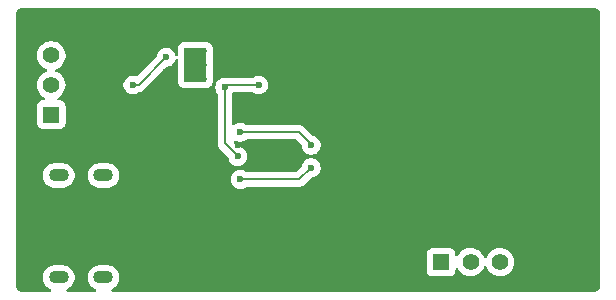
<source format=gbr>
%TF.GenerationSoftware,KiCad,Pcbnew,9.0.1*%
%TF.CreationDate,2025-07-07T08:11:32+05:30*%
%TF.ProjectId,BATTERY_CHARGING,42415454-4552-4595-9f43-48415247494e,rev?*%
%TF.SameCoordinates,Original*%
%TF.FileFunction,Copper,L2,Bot*%
%TF.FilePolarity,Positive*%
%FSLAX46Y46*%
G04 Gerber Fmt 4.6, Leading zero omitted, Abs format (unit mm)*
G04 Created by KiCad (PCBNEW 9.0.1) date 2025-07-07 08:11:32*
%MOMM*%
%LPD*%
G01*
G04 APERTURE LIST*
%TA.AperFunction,HeatsinkPad*%
%ADD10O,1.700000X1.100000*%
%TD*%
%TA.AperFunction,ComponentPad*%
%ADD11R,1.408000X1.408000*%
%TD*%
%TA.AperFunction,ComponentPad*%
%ADD12C,1.408000*%
%TD*%
%TA.AperFunction,HeatsinkPad*%
%ADD13C,0.500000*%
%TD*%
%TA.AperFunction,HeatsinkPad*%
%ADD14R,1.900000X2.900000*%
%TD*%
%TA.AperFunction,ViaPad*%
%ADD15C,0.600000*%
%TD*%
%TA.AperFunction,Conductor*%
%ADD16C,0.200000*%
%TD*%
G04 APERTURE END LIST*
D10*
%TO.P,J1,S1,SHIELD*%
%TO.N,unconnected-(J1-SHIELD-PadS1)_3*%
X128420000Y-113160000D03*
%TO.N,unconnected-(J1-SHIELD-PadS1)_2*%
X124620000Y-113160000D03*
%TO.N,unconnected-(J1-SHIELD-PadS1)_1*%
X128420000Y-121800000D03*
%TO.N,unconnected-(J1-SHIELD-PadS1)*%
X124620000Y-121800000D03*
%TD*%
D11*
%TO.P,SW2,1,A*%
%TO.N,Net-(SW1-A)*%
X157000000Y-120500000D03*
D12*
%TO.P,SW2,2,B*%
%TO.N,Net-(SW1-B)*%
X159500000Y-120500000D03*
%TO.P,SW2,3,C*%
%TO.N,Net-(SW1-C)*%
X162000000Y-120500000D03*
%TD*%
D11*
%TO.P,SW1,1,A*%
%TO.N,Net-(SW3-A)*%
X124000000Y-108000000D03*
D12*
%TO.P,SW1,2,B*%
%TO.N,Net-(D1-A)*%
X124000000Y-105500000D03*
%TO.P,SW1,3,C*%
%TO.N,unconnected-(SW3-C-Pad3)*%
X124000000Y-103000000D03*
%TD*%
D13*
%TO.P,U1,9,EPAD*%
%TO.N,unconnected-(U1-EPAD-Pad9)_4*%
X135500000Y-102600000D03*
X135500000Y-103800000D03*
X135500000Y-105000000D03*
D14*
X136200000Y-103800000D03*
D13*
X136900000Y-102600000D03*
X136900000Y-103800000D03*
X136900000Y-105000000D03*
%TD*%
D15*
%TO.N,GND*%
X133725000Y-104435000D03*
X135000000Y-99500000D03*
X149100000Y-112500000D03*
X139775000Y-110600000D03*
X131000000Y-102500000D03*
X136000000Y-113500000D03*
X133725000Y-101895000D03*
X133000000Y-107500000D03*
X168000000Y-120000000D03*
X168000000Y-115000000D03*
X136000000Y-122500000D03*
%TO.N,Net-(U1-BAT)*%
X139775000Y-111550000D03*
X138675000Y-105705000D03*
X141550000Y-105500000D03*
%TO.N,/OC*%
X140000000Y-113500000D03*
X146000000Y-112500000D03*
%TO.N,/OD*%
X146000000Y-110600000D03*
X140000000Y-109500000D03*
%TO.N,Net-(U1-PROG)*%
X130912500Y-105500000D03*
X133725000Y-103165000D03*
%TD*%
D16*
%TO.N,Net-(U1-BAT)*%
X138675000Y-105705000D02*
X138675000Y-110450000D01*
X141550000Y-105500000D02*
X138880000Y-105500000D01*
X138675000Y-110450000D02*
X139775000Y-111550000D01*
X138880000Y-105500000D02*
X138675000Y-105705000D01*
%TO.N,/OC*%
X145000000Y-113500000D02*
X146000000Y-112500000D01*
X140000000Y-113500000D02*
X145000000Y-113500000D01*
%TO.N,/OD*%
X146000000Y-110500000D02*
X145000000Y-109500000D01*
X145000000Y-109500000D02*
X140000000Y-109500000D01*
X146000000Y-110600000D02*
X146000000Y-110500000D01*
%TO.N,Net-(U1-PROG)*%
X131390000Y-105500000D02*
X130912500Y-105500000D01*
X133725000Y-103165000D02*
X131390000Y-105500000D01*
%TD*%
%TA.AperFunction,Conductor*%
%TO.N,GND*%
G36*
X170006922Y-99001280D02*
G01*
X170097266Y-99011459D01*
X170124331Y-99017636D01*
X170203540Y-99045352D01*
X170228553Y-99057398D01*
X170299606Y-99102043D01*
X170321313Y-99119355D01*
X170380644Y-99178686D01*
X170397957Y-99200395D01*
X170442600Y-99271444D01*
X170454648Y-99296462D01*
X170482362Y-99375666D01*
X170488540Y-99402735D01*
X170498720Y-99493076D01*
X170499500Y-99506961D01*
X170499500Y-122493038D01*
X170498720Y-122506922D01*
X170498720Y-122506923D01*
X170488540Y-122597264D01*
X170482362Y-122624333D01*
X170454648Y-122703537D01*
X170442600Y-122728555D01*
X170397957Y-122799604D01*
X170380644Y-122821313D01*
X170321313Y-122880644D01*
X170299604Y-122897957D01*
X170228555Y-122942600D01*
X170203537Y-122954648D01*
X170124333Y-122982362D01*
X170097264Y-122988540D01*
X170017075Y-122997576D01*
X170006921Y-122998720D01*
X169993038Y-122999500D01*
X129192630Y-122999500D01*
X129125591Y-122979815D01*
X129079836Y-122927011D01*
X129069892Y-122857853D01*
X129098917Y-122794297D01*
X129145177Y-122760939D01*
X129149910Y-122758978D01*
X129217598Y-122730941D01*
X129389655Y-122615977D01*
X129535977Y-122469655D01*
X129650941Y-122297598D01*
X129730130Y-122106420D01*
X129770500Y-121903465D01*
X129770500Y-121696535D01*
X129730130Y-121493580D01*
X129650941Y-121302402D01*
X129535977Y-121130345D01*
X129535975Y-121130342D01*
X129389657Y-120984024D01*
X129245914Y-120887979D01*
X129217598Y-120869059D01*
X129186114Y-120856018D01*
X129026420Y-120789870D01*
X129026412Y-120789868D01*
X128823469Y-120749500D01*
X128823465Y-120749500D01*
X128016535Y-120749500D01*
X128016530Y-120749500D01*
X127813587Y-120789868D01*
X127813579Y-120789870D01*
X127622403Y-120869058D01*
X127450342Y-120984024D01*
X127304024Y-121130342D01*
X127189058Y-121302403D01*
X127109870Y-121493579D01*
X127109868Y-121493587D01*
X127069500Y-121696530D01*
X127069500Y-121903469D01*
X127109868Y-122106412D01*
X127109870Y-122106420D01*
X127189058Y-122297596D01*
X127304024Y-122469657D01*
X127450342Y-122615975D01*
X127450345Y-122615977D01*
X127622402Y-122730941D01*
X127685937Y-122757258D01*
X127694823Y-122760939D01*
X127749226Y-122804780D01*
X127771291Y-122871074D01*
X127754012Y-122938774D01*
X127702874Y-122986384D01*
X127647370Y-122999500D01*
X125392630Y-122999500D01*
X125325591Y-122979815D01*
X125279836Y-122927011D01*
X125269892Y-122857853D01*
X125298917Y-122794297D01*
X125345177Y-122760939D01*
X125349910Y-122758978D01*
X125417598Y-122730941D01*
X125589655Y-122615977D01*
X125735977Y-122469655D01*
X125850941Y-122297598D01*
X125930130Y-122106420D01*
X125970500Y-121903465D01*
X125970500Y-121696535D01*
X125930130Y-121493580D01*
X125850941Y-121302402D01*
X125735977Y-121130345D01*
X125735975Y-121130342D01*
X125589657Y-120984024D01*
X125445914Y-120887979D01*
X125417598Y-120869059D01*
X125386114Y-120856018D01*
X125226420Y-120789870D01*
X125226412Y-120789868D01*
X125023469Y-120749500D01*
X125023465Y-120749500D01*
X124216535Y-120749500D01*
X124216530Y-120749500D01*
X124013587Y-120789868D01*
X124013579Y-120789870D01*
X123822403Y-120869058D01*
X123650342Y-120984024D01*
X123504024Y-121130342D01*
X123389058Y-121302403D01*
X123309870Y-121493579D01*
X123309868Y-121493587D01*
X123269500Y-121696530D01*
X123269500Y-121903469D01*
X123309868Y-122106412D01*
X123309870Y-122106420D01*
X123389058Y-122297596D01*
X123504024Y-122469657D01*
X123650342Y-122615975D01*
X123650345Y-122615977D01*
X123822402Y-122730941D01*
X123885937Y-122757258D01*
X123894823Y-122760939D01*
X123949226Y-122804780D01*
X123971291Y-122871074D01*
X123954012Y-122938774D01*
X123902874Y-122986384D01*
X123847370Y-122999500D01*
X121506962Y-122999500D01*
X121493078Y-122998720D01*
X121480553Y-122997308D01*
X121402735Y-122988540D01*
X121375666Y-122982362D01*
X121296462Y-122954648D01*
X121271444Y-122942600D01*
X121200395Y-122897957D01*
X121178686Y-122880644D01*
X121119355Y-122821313D01*
X121102042Y-122799604D01*
X121098707Y-122794297D01*
X121057398Y-122728553D01*
X121045351Y-122703537D01*
X121017637Y-122624333D01*
X121011459Y-122597263D01*
X121001280Y-122506922D01*
X121000500Y-122493038D01*
X121000500Y-119748135D01*
X155795500Y-119748135D01*
X155795500Y-121251870D01*
X155795501Y-121251876D01*
X155801908Y-121311483D01*
X155852202Y-121446328D01*
X155852206Y-121446335D01*
X155938452Y-121561544D01*
X155938455Y-121561547D01*
X156053664Y-121647793D01*
X156053671Y-121647797D01*
X156188517Y-121698091D01*
X156188516Y-121698091D01*
X156195444Y-121698835D01*
X156248127Y-121704500D01*
X157751872Y-121704499D01*
X157811483Y-121698091D01*
X157946331Y-121647796D01*
X158061546Y-121561546D01*
X158147796Y-121446331D01*
X158198091Y-121311483D01*
X158204500Y-121251873D01*
X158204499Y-121127072D01*
X158224183Y-121060036D01*
X158276987Y-121014281D01*
X158346145Y-121004337D01*
X158409701Y-121033361D01*
X158438983Y-121070779D01*
X158469334Y-121130345D01*
X158469819Y-121131296D01*
X158581259Y-121284679D01*
X158715321Y-121418741D01*
X158868704Y-121530181D01*
X158948515Y-121570846D01*
X159037627Y-121616252D01*
X159037629Y-121616252D01*
X159037632Y-121616254D01*
X159217945Y-121674842D01*
X159311574Y-121689671D01*
X159405200Y-121704500D01*
X159405204Y-121704500D01*
X159594800Y-121704500D01*
X159678022Y-121691318D01*
X159782055Y-121674842D01*
X159962368Y-121616254D01*
X160131296Y-121530181D01*
X160284679Y-121418741D01*
X160418741Y-121284679D01*
X160530181Y-121131296D01*
X160616254Y-120962368D01*
X160632069Y-120913693D01*
X160671507Y-120856018D01*
X160735865Y-120828820D01*
X160804712Y-120840735D01*
X160856187Y-120887979D01*
X160867929Y-120913691D01*
X160883746Y-120962368D01*
X160969819Y-121131296D01*
X161081259Y-121284679D01*
X161215321Y-121418741D01*
X161368704Y-121530181D01*
X161448515Y-121570846D01*
X161537627Y-121616252D01*
X161537629Y-121616252D01*
X161537632Y-121616254D01*
X161717945Y-121674842D01*
X161811574Y-121689671D01*
X161905200Y-121704500D01*
X161905204Y-121704500D01*
X162094800Y-121704500D01*
X162178022Y-121691318D01*
X162282055Y-121674842D01*
X162462368Y-121616254D01*
X162631296Y-121530181D01*
X162784679Y-121418741D01*
X162918741Y-121284679D01*
X163030181Y-121131296D01*
X163116254Y-120962368D01*
X163174842Y-120782055D01*
X163191318Y-120678022D01*
X163204500Y-120594800D01*
X163204500Y-120405199D01*
X163188023Y-120301171D01*
X163174842Y-120217945D01*
X163116254Y-120037632D01*
X163116252Y-120037629D01*
X163116252Y-120037627D01*
X163030180Y-119868703D01*
X162918741Y-119715321D01*
X162784679Y-119581259D01*
X162631296Y-119469819D01*
X162569735Y-119438452D01*
X162462372Y-119383747D01*
X162365299Y-119352206D01*
X162282055Y-119325158D01*
X162282051Y-119325157D01*
X162282050Y-119325157D01*
X162094800Y-119295500D01*
X162094796Y-119295500D01*
X161905204Y-119295500D01*
X161905200Y-119295500D01*
X161717949Y-119325157D01*
X161717946Y-119325157D01*
X161717945Y-119325158D01*
X161659482Y-119344153D01*
X161537627Y-119383747D01*
X161368703Y-119469819D01*
X161215319Y-119581260D01*
X161081260Y-119715319D01*
X160969819Y-119868703D01*
X160883747Y-120037627D01*
X160867931Y-120086306D01*
X160828493Y-120143981D01*
X160764134Y-120171179D01*
X160695288Y-120159264D01*
X160643812Y-120112019D01*
X160632069Y-120086306D01*
X160616252Y-120037627D01*
X160530180Y-119868703D01*
X160418741Y-119715321D01*
X160284679Y-119581259D01*
X160131296Y-119469819D01*
X160069735Y-119438452D01*
X159962372Y-119383747D01*
X159865299Y-119352206D01*
X159782055Y-119325158D01*
X159782051Y-119325157D01*
X159782050Y-119325157D01*
X159594800Y-119295500D01*
X159594796Y-119295500D01*
X159405204Y-119295500D01*
X159405200Y-119295500D01*
X159217949Y-119325157D01*
X159217946Y-119325157D01*
X159217945Y-119325158D01*
X159159482Y-119344153D01*
X159037627Y-119383747D01*
X158868703Y-119469819D01*
X158715319Y-119581260D01*
X158581260Y-119715319D01*
X158469819Y-119868703D01*
X158438984Y-119929221D01*
X158391009Y-119980017D01*
X158323188Y-119996812D01*
X158257053Y-119974274D01*
X158213602Y-119919559D01*
X158204499Y-119872926D01*
X158204499Y-119748129D01*
X158204498Y-119748123D01*
X158204497Y-119748116D01*
X158198091Y-119688517D01*
X158158086Y-119581259D01*
X158147797Y-119553671D01*
X158147793Y-119553664D01*
X158061547Y-119438455D01*
X158061544Y-119438452D01*
X157946335Y-119352206D01*
X157946328Y-119352202D01*
X157811482Y-119301908D01*
X157811483Y-119301908D01*
X157751883Y-119295501D01*
X157751881Y-119295500D01*
X157751873Y-119295500D01*
X157751864Y-119295500D01*
X156248129Y-119295500D01*
X156248123Y-119295501D01*
X156188516Y-119301908D01*
X156053671Y-119352202D01*
X156053664Y-119352206D01*
X155938455Y-119438452D01*
X155938452Y-119438455D01*
X155852206Y-119553664D01*
X155852202Y-119553671D01*
X155801908Y-119688517D01*
X155799027Y-119715319D01*
X155795501Y-119748123D01*
X155795500Y-119748135D01*
X121000500Y-119748135D01*
X121000500Y-113056530D01*
X123269500Y-113056530D01*
X123269500Y-113263469D01*
X123309868Y-113466412D01*
X123309870Y-113466420D01*
X123389058Y-113657596D01*
X123504024Y-113829657D01*
X123650342Y-113975975D01*
X123650345Y-113975977D01*
X123822402Y-114090941D01*
X124013580Y-114170130D01*
X124210955Y-114209390D01*
X124216530Y-114210499D01*
X124216534Y-114210500D01*
X124216535Y-114210500D01*
X125023466Y-114210500D01*
X125023467Y-114210499D01*
X125226420Y-114170130D01*
X125417598Y-114090941D01*
X125589655Y-113975977D01*
X125735977Y-113829655D01*
X125850941Y-113657598D01*
X125930130Y-113466420D01*
X125970500Y-113263465D01*
X125970500Y-113056535D01*
X125970499Y-113056530D01*
X127069500Y-113056530D01*
X127069500Y-113263469D01*
X127109868Y-113466412D01*
X127109870Y-113466420D01*
X127189058Y-113657596D01*
X127304024Y-113829657D01*
X127450342Y-113975975D01*
X127450345Y-113975977D01*
X127622402Y-114090941D01*
X127813580Y-114170130D01*
X128010955Y-114209390D01*
X128016530Y-114210499D01*
X128016534Y-114210500D01*
X128016535Y-114210500D01*
X128823466Y-114210500D01*
X128823467Y-114210499D01*
X129026420Y-114170130D01*
X129217598Y-114090941D01*
X129389655Y-113975977D01*
X129535977Y-113829655D01*
X129650941Y-113657598D01*
X129730130Y-113466420D01*
X129739134Y-113421153D01*
X139199500Y-113421153D01*
X139199500Y-113578846D01*
X139230261Y-113733489D01*
X139230264Y-113733501D01*
X139290602Y-113879172D01*
X139290609Y-113879185D01*
X139378210Y-114010288D01*
X139378213Y-114010292D01*
X139489707Y-114121786D01*
X139489711Y-114121789D01*
X139620814Y-114209390D01*
X139620827Y-114209397D01*
X139766498Y-114269735D01*
X139766503Y-114269737D01*
X139921153Y-114300499D01*
X139921156Y-114300500D01*
X139921158Y-114300500D01*
X140078844Y-114300500D01*
X140078845Y-114300499D01*
X140233497Y-114269737D01*
X140379179Y-114209394D01*
X140379185Y-114209390D01*
X140510875Y-114121398D01*
X140577553Y-114100520D01*
X140579766Y-114100500D01*
X144913331Y-114100500D01*
X144913347Y-114100501D01*
X144920943Y-114100501D01*
X145079054Y-114100501D01*
X145079057Y-114100501D01*
X145231785Y-114059577D01*
X145281904Y-114030639D01*
X145368716Y-113980520D01*
X145480520Y-113868716D01*
X145480520Y-113868714D01*
X145490728Y-113858507D01*
X145490729Y-113858504D01*
X146014665Y-113334570D01*
X146075984Y-113301088D01*
X146078151Y-113300637D01*
X146078840Y-113300500D01*
X146078842Y-113300500D01*
X146233497Y-113269737D01*
X146379179Y-113209394D01*
X146510289Y-113121789D01*
X146621789Y-113010289D01*
X146709394Y-112879179D01*
X146769737Y-112733497D01*
X146800500Y-112578842D01*
X146800500Y-112421158D01*
X146800500Y-112421155D01*
X146800499Y-112421153D01*
X146780326Y-112319737D01*
X146769737Y-112266503D01*
X146754227Y-112229058D01*
X146709397Y-112120827D01*
X146709390Y-112120814D01*
X146621789Y-111989711D01*
X146621786Y-111989707D01*
X146510292Y-111878213D01*
X146510288Y-111878210D01*
X146379185Y-111790609D01*
X146379172Y-111790602D01*
X146233501Y-111730264D01*
X146233489Y-111730261D01*
X146078845Y-111699500D01*
X146078842Y-111699500D01*
X145921158Y-111699500D01*
X145921155Y-111699500D01*
X145766510Y-111730261D01*
X145766498Y-111730264D01*
X145620827Y-111790602D01*
X145620814Y-111790609D01*
X145489711Y-111878210D01*
X145489707Y-111878213D01*
X145378213Y-111989707D01*
X145378210Y-111989711D01*
X145290609Y-112120814D01*
X145290602Y-112120827D01*
X145230264Y-112266498D01*
X145230261Y-112266508D01*
X145199362Y-112421849D01*
X145166977Y-112483759D01*
X145165426Y-112485338D01*
X144787584Y-112863181D01*
X144726261Y-112896666D01*
X144699903Y-112899500D01*
X140579766Y-112899500D01*
X140512727Y-112879815D01*
X140510875Y-112878602D01*
X140379185Y-112790609D01*
X140379172Y-112790602D01*
X140233501Y-112730264D01*
X140233489Y-112730261D01*
X140078845Y-112699500D01*
X140078842Y-112699500D01*
X139921158Y-112699500D01*
X139921155Y-112699500D01*
X139766510Y-112730261D01*
X139766498Y-112730264D01*
X139620827Y-112790602D01*
X139620814Y-112790609D01*
X139489711Y-112878210D01*
X139489707Y-112878213D01*
X139378213Y-112989707D01*
X139378210Y-112989711D01*
X139290609Y-113120814D01*
X139290602Y-113120827D01*
X139230264Y-113266498D01*
X139230261Y-113266510D01*
X139199500Y-113421153D01*
X129739134Y-113421153D01*
X129770500Y-113263465D01*
X129770500Y-113056535D01*
X129730130Y-112853580D01*
X129650941Y-112662402D01*
X129535977Y-112490345D01*
X129535975Y-112490342D01*
X129389657Y-112344024D01*
X129262992Y-112259390D01*
X129217598Y-112229059D01*
X129026420Y-112149870D01*
X129026412Y-112149868D01*
X128823469Y-112109500D01*
X128823465Y-112109500D01*
X128016535Y-112109500D01*
X128016530Y-112109500D01*
X127813587Y-112149868D01*
X127813579Y-112149870D01*
X127622403Y-112229058D01*
X127450342Y-112344024D01*
X127304024Y-112490342D01*
X127189058Y-112662403D01*
X127109870Y-112853579D01*
X127109868Y-112853587D01*
X127069500Y-113056530D01*
X125970499Y-113056530D01*
X125930130Y-112853580D01*
X125850941Y-112662402D01*
X125735977Y-112490345D01*
X125735975Y-112490342D01*
X125589657Y-112344024D01*
X125462992Y-112259390D01*
X125417598Y-112229059D01*
X125226420Y-112149870D01*
X125226412Y-112149868D01*
X125023469Y-112109500D01*
X125023465Y-112109500D01*
X124216535Y-112109500D01*
X124216530Y-112109500D01*
X124013587Y-112149868D01*
X124013579Y-112149870D01*
X123822403Y-112229058D01*
X123650342Y-112344024D01*
X123504024Y-112490342D01*
X123389058Y-112662403D01*
X123309870Y-112853579D01*
X123309868Y-112853587D01*
X123269500Y-113056530D01*
X121000500Y-113056530D01*
X121000500Y-102905199D01*
X122795500Y-102905199D01*
X122795500Y-103094800D01*
X122819106Y-103243842D01*
X122825158Y-103282055D01*
X122848054Y-103352520D01*
X122883747Y-103462372D01*
X122969819Y-103631296D01*
X123081259Y-103784679D01*
X123215321Y-103918741D01*
X123368704Y-104030181D01*
X123448515Y-104070846D01*
X123537627Y-104116252D01*
X123537629Y-104116252D01*
X123537632Y-104116254D01*
X123586306Y-104132069D01*
X123643981Y-104171507D01*
X123671179Y-104235866D01*
X123659264Y-104304712D01*
X123612019Y-104356188D01*
X123586308Y-104367929D01*
X123568983Y-104373559D01*
X123537627Y-104383747D01*
X123368703Y-104469819D01*
X123215319Y-104581260D01*
X123081260Y-104715319D01*
X122969819Y-104868703D01*
X122883747Y-105037627D01*
X122825157Y-105217949D01*
X122795500Y-105405199D01*
X122795500Y-105594800D01*
X122817466Y-105733489D01*
X122825158Y-105782055D01*
X122853315Y-105868713D01*
X122883747Y-105962372D01*
X122954128Y-106100501D01*
X122969819Y-106131296D01*
X123081259Y-106284679D01*
X123215321Y-106418741D01*
X123317576Y-106493034D01*
X123368705Y-106530182D01*
X123402004Y-106547148D01*
X123429220Y-106561015D01*
X123480016Y-106608988D01*
X123496812Y-106676809D01*
X123474275Y-106742944D01*
X123419561Y-106786396D01*
X123372927Y-106795500D01*
X123248130Y-106795500D01*
X123248123Y-106795501D01*
X123188516Y-106801908D01*
X123053671Y-106852202D01*
X123053664Y-106852206D01*
X122938455Y-106938452D01*
X122938452Y-106938455D01*
X122852206Y-107053664D01*
X122852202Y-107053671D01*
X122801908Y-107188517D01*
X122795501Y-107248116D01*
X122795501Y-107248123D01*
X122795500Y-107248135D01*
X122795500Y-108751870D01*
X122795501Y-108751876D01*
X122801908Y-108811483D01*
X122852202Y-108946328D01*
X122852206Y-108946335D01*
X122938452Y-109061544D01*
X122938455Y-109061547D01*
X123053664Y-109147793D01*
X123053671Y-109147797D01*
X123188517Y-109198091D01*
X123188516Y-109198091D01*
X123195444Y-109198835D01*
X123248127Y-109204500D01*
X124751872Y-109204499D01*
X124811483Y-109198091D01*
X124946331Y-109147796D01*
X125061546Y-109061546D01*
X125147796Y-108946331D01*
X125198091Y-108811483D01*
X125204500Y-108751873D01*
X125204499Y-107248128D01*
X125198091Y-107188517D01*
X125147796Y-107053669D01*
X125147795Y-107053668D01*
X125147793Y-107053664D01*
X125061547Y-106938455D01*
X125061544Y-106938452D01*
X124946335Y-106852206D01*
X124946328Y-106852202D01*
X124811482Y-106801908D01*
X124811483Y-106801908D01*
X124751883Y-106795501D01*
X124751881Y-106795500D01*
X124751873Y-106795500D01*
X124751865Y-106795500D01*
X124627075Y-106795500D01*
X124560036Y-106775815D01*
X124514281Y-106723011D01*
X124504337Y-106653853D01*
X124533362Y-106590297D01*
X124570781Y-106561015D01*
X124631294Y-106530182D01*
X124631293Y-106530182D01*
X124631296Y-106530181D01*
X124784679Y-106418741D01*
X124918741Y-106284679D01*
X125030181Y-106131296D01*
X125116254Y-105962368D01*
X125174842Y-105782055D01*
X125202481Y-105607546D01*
X125204500Y-105594800D01*
X125204500Y-105421153D01*
X130112000Y-105421153D01*
X130112000Y-105578846D01*
X130142761Y-105733489D01*
X130142764Y-105733501D01*
X130203102Y-105879172D01*
X130203109Y-105879185D01*
X130290710Y-106010288D01*
X130290713Y-106010292D01*
X130402207Y-106121786D01*
X130402211Y-106121789D01*
X130533314Y-106209390D01*
X130533327Y-106209397D01*
X130671480Y-106266621D01*
X130679003Y-106269737D01*
X130833653Y-106300499D01*
X130833656Y-106300500D01*
X130833658Y-106300500D01*
X130991344Y-106300500D01*
X130991345Y-106300499D01*
X131145997Y-106269737D01*
X131291679Y-106209394D01*
X131422789Y-106121789D01*
X131422788Y-106121789D01*
X131427854Y-106118405D01*
X131428984Y-106120097D01*
X131464743Y-106101656D01*
X131469053Y-106100501D01*
X131469057Y-106100501D01*
X131621785Y-106059577D01*
X131702238Y-106013127D01*
X131758716Y-105980520D01*
X131870520Y-105868716D01*
X131870520Y-105868714D01*
X131880724Y-105858511D01*
X131880727Y-105858506D01*
X133739664Y-103999571D01*
X133800985Y-103966088D01*
X133803152Y-103965637D01*
X133803841Y-103965500D01*
X133803842Y-103965500D01*
X133958497Y-103934737D01*
X134104179Y-103874394D01*
X134235289Y-103786789D01*
X134346789Y-103675289D01*
X134434394Y-103544179D01*
X134494737Y-103398497D01*
X134501269Y-103365659D01*
X134503883Y-103352520D01*
X134536268Y-103290609D01*
X134596984Y-103256035D01*
X134666753Y-103259774D01*
X134723425Y-103300641D01*
X134749006Y-103365659D01*
X134749500Y-103376711D01*
X134749500Y-105297869D01*
X134749501Y-105297876D01*
X134755908Y-105357483D01*
X134806202Y-105492328D01*
X134806206Y-105492335D01*
X134892452Y-105607544D01*
X134892455Y-105607547D01*
X135007664Y-105693793D01*
X135007671Y-105693797D01*
X135052618Y-105710561D01*
X135142517Y-105744091D01*
X135202127Y-105750500D01*
X135426081Y-105750499D01*
X135426082Y-105750500D01*
X135573918Y-105750500D01*
X135573918Y-105750499D01*
X136819948Y-105750499D01*
X136819968Y-105750500D01*
X136826082Y-105750500D01*
X136981514Y-105750500D01*
X136981530Y-105750499D01*
X137197871Y-105750499D01*
X137197872Y-105750499D01*
X137257483Y-105744091D01*
X137392331Y-105693796D01*
X137482690Y-105626153D01*
X137874500Y-105626153D01*
X137874500Y-105783846D01*
X137905261Y-105938489D01*
X137905264Y-105938501D01*
X137965602Y-106084172D01*
X137965609Y-106084185D01*
X138053602Y-106215874D01*
X138074480Y-106282551D01*
X138074500Y-106284765D01*
X138074500Y-110363330D01*
X138074499Y-110363348D01*
X138074499Y-110529054D01*
X138074498Y-110529054D01*
X138114634Y-110678844D01*
X138115423Y-110681785D01*
X138144291Y-110731785D01*
X138172280Y-110780264D01*
X138194479Y-110818714D01*
X138194481Y-110818717D01*
X138313349Y-110937585D01*
X138313355Y-110937590D01*
X138940425Y-111564660D01*
X138973910Y-111625983D01*
X138974361Y-111628149D01*
X139005261Y-111783491D01*
X139005264Y-111783501D01*
X139065602Y-111929172D01*
X139065609Y-111929185D01*
X139153210Y-112060288D01*
X139153213Y-112060292D01*
X139264707Y-112171786D01*
X139264711Y-112171789D01*
X139395814Y-112259390D01*
X139395827Y-112259397D01*
X139541498Y-112319735D01*
X139541503Y-112319737D01*
X139696153Y-112350499D01*
X139696156Y-112350500D01*
X139696158Y-112350500D01*
X139853844Y-112350500D01*
X139853845Y-112350499D01*
X140008497Y-112319737D01*
X140154179Y-112259394D01*
X140285289Y-112171789D01*
X140396789Y-112060289D01*
X140484394Y-111929179D01*
X140544737Y-111783497D01*
X140575500Y-111628842D01*
X140575500Y-111471158D01*
X140575500Y-111471155D01*
X140575499Y-111471153D01*
X140555326Y-111369737D01*
X140544737Y-111316503D01*
X140541791Y-111309390D01*
X140484397Y-111170827D01*
X140484390Y-111170814D01*
X140396789Y-111039711D01*
X140396786Y-111039707D01*
X140285292Y-110928213D01*
X140285288Y-110928210D01*
X140154185Y-110840609D01*
X140154172Y-110840602D01*
X140008501Y-110780264D01*
X140008491Y-110780261D01*
X139853149Y-110749361D01*
X139791238Y-110716976D01*
X139789660Y-110715425D01*
X139486001Y-110411766D01*
X139452516Y-110350443D01*
X139457500Y-110280751D01*
X139499372Y-110224818D01*
X139564836Y-110200401D01*
X139621134Y-110209524D01*
X139766498Y-110269735D01*
X139766503Y-110269737D01*
X139921153Y-110300499D01*
X139921156Y-110300500D01*
X139921158Y-110300500D01*
X140078844Y-110300500D01*
X140078845Y-110300499D01*
X140233497Y-110269737D01*
X140351592Y-110220821D01*
X140379172Y-110209397D01*
X140379172Y-110209396D01*
X140379179Y-110209394D01*
X140392638Y-110200401D01*
X140510875Y-110121398D01*
X140577553Y-110100520D01*
X140579766Y-110100500D01*
X144699903Y-110100500D01*
X144766942Y-110120185D01*
X144787584Y-110136819D01*
X145163181Y-110512416D01*
X145196666Y-110573739D01*
X145199500Y-110600097D01*
X145199500Y-110678846D01*
X145230261Y-110833489D01*
X145230264Y-110833501D01*
X145290602Y-110979172D01*
X145290609Y-110979185D01*
X145378210Y-111110288D01*
X145378213Y-111110292D01*
X145489707Y-111221786D01*
X145489711Y-111221789D01*
X145620814Y-111309390D01*
X145620827Y-111309397D01*
X145766498Y-111369735D01*
X145766503Y-111369737D01*
X145921153Y-111400499D01*
X145921156Y-111400500D01*
X145921158Y-111400500D01*
X146078844Y-111400500D01*
X146078845Y-111400499D01*
X146233497Y-111369737D01*
X146379179Y-111309394D01*
X146510289Y-111221789D01*
X146621789Y-111110289D01*
X146709394Y-110979179D01*
X146769737Y-110833497D01*
X146800500Y-110678842D01*
X146800500Y-110521158D01*
X146800500Y-110521155D01*
X146800499Y-110521153D01*
X146769738Y-110366510D01*
X146769737Y-110366503D01*
X146742398Y-110300500D01*
X146709397Y-110220827D01*
X146709390Y-110220814D01*
X146621789Y-110089711D01*
X146621786Y-110089707D01*
X146510292Y-109978213D01*
X146510288Y-109978210D01*
X146379185Y-109890609D01*
X146379172Y-109890602D01*
X146233499Y-109830263D01*
X146233493Y-109830261D01*
X146202980Y-109824192D01*
X146141070Y-109791806D01*
X146139492Y-109790256D01*
X145487590Y-109138355D01*
X145487588Y-109138352D01*
X145368717Y-109019481D01*
X145368716Y-109019480D01*
X145281904Y-108969360D01*
X145281904Y-108969359D01*
X145281900Y-108969358D01*
X145231785Y-108940423D01*
X145079057Y-108899499D01*
X144920943Y-108899499D01*
X144913347Y-108899499D01*
X144913331Y-108899500D01*
X140579766Y-108899500D01*
X140512727Y-108879815D01*
X140510875Y-108878602D01*
X140379185Y-108790609D01*
X140379172Y-108790602D01*
X140233501Y-108730264D01*
X140233489Y-108730261D01*
X140078845Y-108699500D01*
X140078842Y-108699500D01*
X139921158Y-108699500D01*
X139921155Y-108699500D01*
X139766510Y-108730261D01*
X139766498Y-108730264D01*
X139620827Y-108790602D01*
X139620814Y-108790609D01*
X139489711Y-108878210D01*
X139489707Y-108878213D01*
X139487181Y-108880740D01*
X139485531Y-108881640D01*
X139485001Y-108882076D01*
X139484918Y-108881975D01*
X139425858Y-108914225D01*
X139356166Y-108909241D01*
X139300233Y-108867369D01*
X139275816Y-108801905D01*
X139275500Y-108793059D01*
X139275500Y-106284765D01*
X139280827Y-106266621D01*
X139281165Y-106247712D01*
X139294665Y-106219494D01*
X139295185Y-106217726D01*
X139296398Y-106215874D01*
X139300728Y-106209394D01*
X139336666Y-106155608D01*
X139390278Y-106110804D01*
X139439768Y-106100500D01*
X140970234Y-106100500D01*
X141037273Y-106120185D01*
X141039125Y-106121398D01*
X141170814Y-106209390D01*
X141170827Y-106209397D01*
X141308980Y-106266621D01*
X141316503Y-106269737D01*
X141471153Y-106300499D01*
X141471156Y-106300500D01*
X141471158Y-106300500D01*
X141628844Y-106300500D01*
X141628845Y-106300499D01*
X141783497Y-106269737D01*
X141929179Y-106209394D01*
X142060289Y-106121789D01*
X142171789Y-106010289D01*
X142259394Y-105879179D01*
X142319737Y-105733497D01*
X142350500Y-105578842D01*
X142350500Y-105421158D01*
X142350500Y-105421155D01*
X142350499Y-105421153D01*
X142319737Y-105266503D01*
X142319735Y-105266498D01*
X142259397Y-105120827D01*
X142259390Y-105120814D01*
X142171789Y-104989711D01*
X142171786Y-104989707D01*
X142060292Y-104878213D01*
X142060288Y-104878210D01*
X141929185Y-104790609D01*
X141929172Y-104790602D01*
X141783501Y-104730264D01*
X141783489Y-104730261D01*
X141628845Y-104699500D01*
X141628842Y-104699500D01*
X141471158Y-104699500D01*
X141471155Y-104699500D01*
X141316510Y-104730261D01*
X141316498Y-104730264D01*
X141170827Y-104790602D01*
X141170814Y-104790609D01*
X141039125Y-104878602D01*
X140972447Y-104899480D01*
X140970234Y-104899500D01*
X138959062Y-104899500D01*
X138959058Y-104899499D01*
X138800943Y-104899499D01*
X138782296Y-104904495D01*
X138767662Y-104904888D01*
X138762413Y-104903498D01*
X138759933Y-104903702D01*
X138759933Y-104904500D01*
X138596155Y-104904500D01*
X138441510Y-104935261D01*
X138441498Y-104935264D01*
X138295827Y-104995602D01*
X138295814Y-104995609D01*
X138164711Y-105083210D01*
X138164707Y-105083213D01*
X138053213Y-105194707D01*
X138053210Y-105194711D01*
X137965609Y-105325814D01*
X137965602Y-105325827D01*
X137905264Y-105471498D01*
X137905261Y-105471510D01*
X137874500Y-105626153D01*
X137482690Y-105626153D01*
X137507546Y-105607546D01*
X137593796Y-105492331D01*
X137644091Y-105357483D01*
X137650500Y-105297873D01*
X137650500Y-103815500D01*
X137650500Y-103726082D01*
X137650500Y-103716093D01*
X137650499Y-103716079D01*
X137650499Y-102673922D01*
X137650500Y-102673918D01*
X137650500Y-102526082D01*
X137650499Y-102526077D01*
X137650499Y-102302128D01*
X137644091Y-102242517D01*
X137593796Y-102107669D01*
X137593795Y-102107668D01*
X137593793Y-102107664D01*
X137507547Y-101992455D01*
X137507544Y-101992452D01*
X137392335Y-101906206D01*
X137392328Y-101906202D01*
X137257482Y-101855908D01*
X137257483Y-101855908D01*
X137197883Y-101849501D01*
X137197881Y-101849500D01*
X137197873Y-101849500D01*
X136973918Y-101849500D01*
X136826082Y-101849500D01*
X136826081Y-101849500D01*
X135573922Y-101849500D01*
X135573918Y-101849500D01*
X135426082Y-101849500D01*
X135426077Y-101849500D01*
X135202130Y-101849500D01*
X135202123Y-101849501D01*
X135142516Y-101855908D01*
X135007671Y-101906202D01*
X135007664Y-101906206D01*
X134892455Y-101992452D01*
X134892452Y-101992455D01*
X134806206Y-102107664D01*
X134806202Y-102107671D01*
X134755908Y-102242517D01*
X134749501Y-102302116D01*
X134749501Y-102302123D01*
X134749500Y-102302135D01*
X134749500Y-102953288D01*
X134729815Y-103020327D01*
X134677011Y-103066082D01*
X134607853Y-103076026D01*
X134544297Y-103047001D01*
X134506523Y-102988223D01*
X134503883Y-102977480D01*
X134494738Y-102931508D01*
X134494737Y-102931507D01*
X134494737Y-102931503D01*
X134483842Y-102905199D01*
X134434397Y-102785827D01*
X134434390Y-102785814D01*
X134346789Y-102654711D01*
X134346786Y-102654707D01*
X134235292Y-102543213D01*
X134235288Y-102543210D01*
X134104185Y-102455609D01*
X134104172Y-102455602D01*
X133958501Y-102395264D01*
X133958489Y-102395261D01*
X133803845Y-102364500D01*
X133803842Y-102364500D01*
X133646158Y-102364500D01*
X133646155Y-102364500D01*
X133491510Y-102395261D01*
X133491498Y-102395264D01*
X133345827Y-102455602D01*
X133345814Y-102455609D01*
X133214711Y-102543210D01*
X133214707Y-102543213D01*
X133103213Y-102654707D01*
X133103210Y-102654711D01*
X133015609Y-102785814D01*
X133015602Y-102785827D01*
X132955264Y-102931498D01*
X132955261Y-102931508D01*
X132924362Y-103086848D01*
X132891977Y-103148759D01*
X132890426Y-103150337D01*
X131320905Y-104719858D01*
X131259582Y-104753343D01*
X131189890Y-104748359D01*
X131185772Y-104746738D01*
X131146001Y-104730264D01*
X131145989Y-104730261D01*
X130991345Y-104699500D01*
X130991342Y-104699500D01*
X130833658Y-104699500D01*
X130833655Y-104699500D01*
X130679010Y-104730261D01*
X130678998Y-104730264D01*
X130533327Y-104790602D01*
X130533314Y-104790609D01*
X130402211Y-104878210D01*
X130402207Y-104878213D01*
X130290713Y-104989707D01*
X130290710Y-104989711D01*
X130203109Y-105120814D01*
X130203102Y-105120827D01*
X130142764Y-105266498D01*
X130142761Y-105266510D01*
X130112000Y-105421153D01*
X125204500Y-105421153D01*
X125204500Y-105405199D01*
X125187500Y-105297864D01*
X125174842Y-105217945D01*
X125116254Y-105037632D01*
X125116252Y-105037629D01*
X125116252Y-105037627D01*
X125064093Y-104935261D01*
X125030181Y-104868704D01*
X124918741Y-104715321D01*
X124784679Y-104581259D01*
X124631296Y-104469819D01*
X124462368Y-104383746D01*
X124413693Y-104367930D01*
X124356018Y-104328493D01*
X124328820Y-104264135D01*
X124340735Y-104195288D01*
X124387979Y-104143813D01*
X124413691Y-104132070D01*
X124462368Y-104116254D01*
X124631296Y-104030181D01*
X124784679Y-103918741D01*
X124918741Y-103784679D01*
X125030181Y-103631296D01*
X125116254Y-103462368D01*
X125174842Y-103282055D01*
X125191318Y-103178022D01*
X125204500Y-103094800D01*
X125204500Y-102905199D01*
X125185591Y-102785814D01*
X125174842Y-102717945D01*
X125116254Y-102537632D01*
X125116252Y-102537629D01*
X125116252Y-102537627D01*
X125030180Y-102368703D01*
X124918741Y-102215321D01*
X124784679Y-102081259D01*
X124631296Y-101969819D01*
X124462372Y-101883747D01*
X124403905Y-101864750D01*
X124282055Y-101825158D01*
X124282051Y-101825157D01*
X124282050Y-101825157D01*
X124094800Y-101795500D01*
X124094796Y-101795500D01*
X123905204Y-101795500D01*
X123905200Y-101795500D01*
X123717949Y-101825157D01*
X123717946Y-101825157D01*
X123717945Y-101825158D01*
X123659482Y-101844153D01*
X123537627Y-101883747D01*
X123368703Y-101969819D01*
X123215319Y-102081260D01*
X123081260Y-102215319D01*
X122969819Y-102368703D01*
X122883747Y-102537627D01*
X122825157Y-102717949D01*
X122795500Y-102905199D01*
X121000500Y-102905199D01*
X121000500Y-99506961D01*
X121001280Y-99493077D01*
X121001280Y-99493076D01*
X121011460Y-99402729D01*
X121017635Y-99375670D01*
X121045353Y-99296456D01*
X121057396Y-99271450D01*
X121102046Y-99200389D01*
X121119351Y-99178690D01*
X121178690Y-99119351D01*
X121200389Y-99102046D01*
X121271450Y-99057396D01*
X121296456Y-99045353D01*
X121375670Y-99017635D01*
X121402733Y-99011459D01*
X121465419Y-99004396D01*
X121493079Y-99001280D01*
X121506962Y-99000500D01*
X121565892Y-99000500D01*
X169934108Y-99000500D01*
X169993038Y-99000500D01*
X170006922Y-99001280D01*
G37*
%TD.AperFunction*%
%TD*%
M02*

</source>
